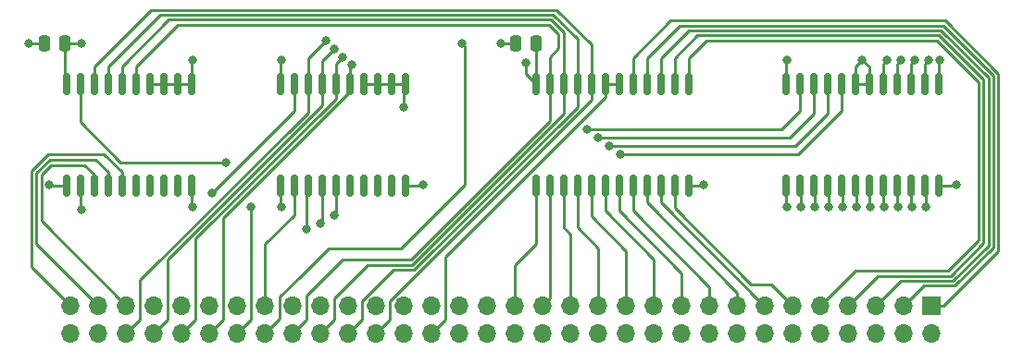
<source format=gbr>
%TF.GenerationSoftware,KiCad,Pcbnew,(6.0.0-0)*%
%TF.CreationDate,2022-10-19T21:39:44-04:00*%
%TF.ProjectId,CPU-Instruction-Decoder,4350552d-496e-4737-9472-756374696f6e,rev?*%
%TF.SameCoordinates,Original*%
%TF.FileFunction,Copper,L1,Top*%
%TF.FilePolarity,Positive*%
%FSLAX46Y46*%
G04 Gerber Fmt 4.6, Leading zero omitted, Abs format (unit mm)*
G04 Created by KiCad (PCBNEW (6.0.0-0)) date 2022-10-19 21:39:44*
%MOMM*%
%LPD*%
G01*
G04 APERTURE LIST*
G04 Aperture macros list*
%AMRoundRect*
0 Rectangle with rounded corners*
0 $1 Rounding radius*
0 $2 $3 $4 $5 $6 $7 $8 $9 X,Y pos of 4 corners*
0 Add a 4 corners polygon primitive as box body*
4,1,4,$2,$3,$4,$5,$6,$7,$8,$9,$2,$3,0*
0 Add four circle primitives for the rounded corners*
1,1,$1+$1,$2,$3*
1,1,$1+$1,$4,$5*
1,1,$1+$1,$6,$7*
1,1,$1+$1,$8,$9*
0 Add four rect primitives between the rounded corners*
20,1,$1+$1,$2,$3,$4,$5,0*
20,1,$1+$1,$4,$5,$6,$7,0*
20,1,$1+$1,$6,$7,$8,$9,0*
20,1,$1+$1,$8,$9,$2,$3,0*%
G04 Aperture macros list end*
%TA.AperFunction,SMDPad,CuDef*%
%ADD10RoundRect,0.150000X0.150000X-0.875000X0.150000X0.875000X-0.150000X0.875000X-0.150000X-0.875000X0*%
%TD*%
%TA.AperFunction,ComponentPad*%
%ADD11R,1.700000X1.700000*%
%TD*%
%TA.AperFunction,ComponentPad*%
%ADD12O,1.700000X1.700000*%
%TD*%
%TA.AperFunction,SMDPad,CuDef*%
%ADD13RoundRect,0.250000X0.250000X0.475000X-0.250000X0.475000X-0.250000X-0.475000X0.250000X-0.475000X0*%
%TD*%
%TA.AperFunction,ViaPad*%
%ADD14C,0.800000*%
%TD*%
%TA.AperFunction,Conductor*%
%ADD15C,0.250000*%
%TD*%
G04 APERTURE END LIST*
D10*
%TO.P,U2,24,VCC*%
%TO.N,VCC*%
X288417000Y-209472000D03*
%TO.P,U2,23,A0*%
%TO.N,\u03BCWR0*%
X289687000Y-209472000D03*
%TO.P,U2,22,A1*%
%TO.N,\u03BCWR1*%
X290957000Y-209472000D03*
%TO.P,U2,21,A2*%
%TO.N,\u03BCWR2*%
X292227000Y-209472000D03*
%TO.P,U2,20,A3*%
%TO.N,\u03BCWR3*%
X293497000Y-209472000D03*
%TO.P,U2,19,E1*%
%TO.N,~{WR5}*%
X294767000Y-209472000D03*
%TO.P,U2,18,E0*%
X296037000Y-209472000D03*
%TO.P,U2,17,S15*%
%TO.N,~{WR5_15}*%
X297307000Y-209472000D03*
%TO.P,U2,16,S14*%
%TO.N,~{WR5_14}*%
X298577000Y-209472000D03*
%TO.P,U2,15,S13*%
%TO.N,~{WR5_13}*%
X299847000Y-209472000D03*
%TO.P,U2,14,S12*%
%TO.N,~{WR5_12}*%
X301117000Y-209472000D03*
%TO.P,U2,13,S11*%
%TO.N,~{WR5_11}*%
X302387000Y-209472000D03*
%TO.P,U2,12,GND*%
%TO.N,GND*%
X302387000Y-218772000D03*
%TO.P,U2,11,S10*%
%TO.N,~{WR5_10}*%
X301117000Y-218772000D03*
%TO.P,U2,10,S9*%
%TO.N,~{WR5_09}*%
X299847000Y-218772000D03*
%TO.P,U2,9,S8*%
%TO.N,~{WR5_08}*%
X298577000Y-218772000D03*
%TO.P,U2,8,S7*%
%TO.N,~{WR5_07}*%
X297307000Y-218772000D03*
%TO.P,U2,7,S6*%
%TO.N,~{WR5_06}*%
X296037000Y-218772000D03*
%TO.P,U2,6,S5*%
%TO.N,~{WR5_05}*%
X294767000Y-218772000D03*
%TO.P,U2,5,S4*%
%TO.N,~{WR5_04}*%
X293497000Y-218772000D03*
%TO.P,U2,4,S3*%
%TO.N,~{WR5_03}*%
X292227000Y-218772000D03*
%TO.P,U2,3,S2*%
%TO.N,~{WR5_02}*%
X290957000Y-218772000D03*
%TO.P,U2,2,S1*%
%TO.N,~{WR5_01}*%
X289687000Y-218772000D03*
%TO.P,U2,1,S0*%
%TO.N,~{WR5_00}*%
X288417000Y-218772000D03*
%TD*%
%TO.P,U11,20,VCC*%
%TO.N,VCC*%
X265049000Y-209472000D03*
%TO.P,U11,19,CE*%
%TO.N,~{RD5}*%
X266319000Y-209472000D03*
%TO.P,U11,18,B0*%
%TO.N,\u03BCRD0*%
X267589000Y-209472000D03*
%TO.P,U11,17,B1*%
%TO.N,\u03BCRD1*%
X268859000Y-209472000D03*
%TO.P,U11,16,B2*%
%TO.N,\u03BCRD2*%
X270129000Y-209472000D03*
%TO.P,U11,15,B3*%
%TO.N,\u03BCRD3*%
X271399000Y-209472000D03*
%TO.P,U11,14,B4*%
%TO.N,GND*%
X272669000Y-209472000D03*
%TO.P,U11,13,B5*%
X273939000Y-209472000D03*
%TO.P,U11,12,B6*%
X275209000Y-209472000D03*
%TO.P,U11,11,B7*%
X276479000Y-209472000D03*
%TO.P,U11,10,GND*%
X276479000Y-218772000D03*
%TO.P,U11,9,A7*%
%TO.N,unconnected-(U11-Pad9)*%
X275209000Y-218772000D03*
%TO.P,U11,8,A6*%
%TO.N,unconnected-(U11-Pad8)*%
X273939000Y-218772000D03*
%TO.P,U11,7,A5*%
%TO.N,unconnected-(U11-Pad7)*%
X272669000Y-218772000D03*
%TO.P,U11,6,A4*%
%TO.N,unconnected-(U11-Pad6)*%
X271399000Y-218772000D03*
%TO.P,U11,5,A3*%
%TO.N,~{RD5_03}*%
X270129000Y-218772000D03*
%TO.P,U11,4,A2*%
%TO.N,~{RD5_02}*%
X268859000Y-218772000D03*
%TO.P,U11,3,A1*%
%TO.N,~{RD5_01}*%
X267589000Y-218772000D03*
%TO.P,U11,2,A0*%
%TO.N,~{RD5_00}*%
X266319000Y-218772000D03*
%TO.P,U11,1,A->B*%
%TO.N,GND*%
X265049000Y-218772000D03*
%TD*%
D11*
%TO.P,J1,1,Pin_1*%
%TO.N,~{WR5_15}*%
X324617000Y-229808000D03*
D12*
%TO.P,J1,2,Pin_2*%
%TO.N,~{RD6_15}*%
X324617000Y-232348000D03*
%TO.P,J1,3,Pin_3*%
%TO.N,~{WR5_14}*%
X322077000Y-229808000D03*
%TO.P,J1,4,Pin_4*%
%TO.N,~{RD6_14}*%
X322077000Y-232348000D03*
%TO.P,J1,5,Pin_5*%
%TO.N,~{WR5_13}*%
X319537000Y-229808000D03*
%TO.P,J1,6,Pin_6*%
%TO.N,~{RD6_13}*%
X319537000Y-232348000D03*
%TO.P,J1,7,Pin_7*%
%TO.N,~{WR5_12}*%
X316997000Y-229808000D03*
%TO.P,J1,8,Pin_8*%
%TO.N,~{RD6_12}*%
X316997000Y-232348000D03*
%TO.P,J1,9,Pin_9*%
%TO.N,~{WR5_11}*%
X314457000Y-229808000D03*
%TO.P,J1,10,Pin_10*%
%TO.N,~{RD6_11}*%
X314457000Y-232348000D03*
%TO.P,J1,11,Pin_11*%
%TO.N,~{WR5_10}*%
X311917000Y-229808000D03*
%TO.P,J1,12,Pin_12*%
%TO.N,~{RD6_10}*%
X311917000Y-232348000D03*
%TO.P,J1,13,Pin_13*%
%TO.N,~{WR5_09}*%
X309377000Y-229808000D03*
%TO.P,J1,14,Pin_14*%
%TO.N,~{RD6_09}*%
X309377000Y-232348000D03*
%TO.P,J1,15,Pin_15*%
%TO.N,~{WR5_08}*%
X306837000Y-229808000D03*
%TO.P,J1,16,Pin_16*%
%TO.N,~{RD6_08}*%
X306837000Y-232348000D03*
%TO.P,J1,17,Pin_17*%
%TO.N,~{WR5_07}*%
X304297000Y-229808000D03*
%TO.P,J1,18,Pin_18*%
%TO.N,~{RD6_07}*%
X304297000Y-232348000D03*
%TO.P,J1,19,Pin_19*%
%TO.N,~{WR5_06}*%
X301757000Y-229808000D03*
%TO.P,J1,20,Pin_20*%
%TO.N,~{RD6_06}*%
X301757000Y-232348000D03*
%TO.P,J1,21,Pin_21*%
%TO.N,~{WR5_05}*%
X299217000Y-229808000D03*
%TO.P,J1,22,Pin_22*%
%TO.N,~{RD6_05}*%
X299217000Y-232348000D03*
%TO.P,J1,23,Pin_23*%
%TO.N,~{WR5_04}*%
X296677000Y-229808000D03*
%TO.P,J1,24,Pin_24*%
%TO.N,~{RD6_04}*%
X296677000Y-232348000D03*
%TO.P,J1,25,Pin_25*%
%TO.N,~{WR5_03}*%
X294137000Y-229808000D03*
%TO.P,J1,26,Pin_26*%
%TO.N,~{RD6_03}*%
X294137000Y-232348000D03*
%TO.P,J1,27,Pin_27*%
%TO.N,~{WR5_02}*%
X291597000Y-229808000D03*
%TO.P,J1,28,Pin_28*%
%TO.N,~{RD6_02}*%
X291597000Y-232348000D03*
%TO.P,J1,29,Pin_29*%
%TO.N,~{WR5_01}*%
X289057000Y-229808000D03*
%TO.P,J1,30,Pin_30*%
%TO.N,~{RD6_01}*%
X289057000Y-232348000D03*
%TO.P,J1,31,Pin_31*%
%TO.N,~{WR5_00}*%
X286517000Y-229808000D03*
%TO.P,J1,32,Pin_32*%
%TO.N,~{RD6_00}*%
X286517000Y-232348000D03*
%TO.P,J1,33,Pin_33*%
%TO.N,unconnected-(J1-Pad33)*%
X283977000Y-229808000D03*
%TO.P,J1,34,Pin_34*%
%TO.N,unconnected-(J1-Pad34)*%
X283977000Y-232348000D03*
%TO.P,J1,35,Pin_35*%
%TO.N,unconnected-(J1-Pad35)*%
X281437000Y-229808000D03*
%TO.P,J1,36,Pin_36*%
%TO.N,unconnected-(J1-Pad36)*%
X281437000Y-232348000D03*
%TO.P,J1,37,Pin_37*%
%TO.N,unconnected-(J1-Pad37)*%
X278897000Y-229808000D03*
%TO.P,J1,38,Pin_38*%
%TO.N,~{WR5}*%
X278897000Y-232348000D03*
%TO.P,J1,39,Pin_39*%
%TO.N,GND*%
X276357000Y-229808000D03*
%TO.P,J1,40,Pin_40*%
%TO.N,~{WR4}*%
X276357000Y-232348000D03*
%TO.P,J1,41,Pin_41*%
%TO.N,VCC*%
X273817000Y-229808000D03*
%TO.P,J1,42,Pin_42*%
%TO.N,\u03BCWR3*%
X273817000Y-232348000D03*
%TO.P,J1,43,Pin_43*%
%TO.N,unconnected-(J1-Pad43)*%
X271277000Y-229808000D03*
%TO.P,J1,44,Pin_44*%
%TO.N,\u03BCWR2*%
X271277000Y-232348000D03*
%TO.P,J1,45,Pin_45*%
%TO.N,unconnected-(J1-Pad45)*%
X268737000Y-229808000D03*
%TO.P,J1,46,Pin_46*%
%TO.N,\u03BCWR1*%
X268737000Y-232348000D03*
%TO.P,J1,47,Pin_47*%
%TO.N,unconnected-(J1-Pad47)*%
X266197000Y-229808000D03*
%TO.P,J1,48,Pin_48*%
%TO.N,\u03BCWR0*%
X266197000Y-232348000D03*
%TO.P,J1,49,Pin_49*%
%TO.N,~{RD5_00}*%
X263657000Y-229808000D03*
%TO.P,J1,50,Pin_50*%
%TO.N,~{RD6}*%
X263657000Y-232348000D03*
%TO.P,J1,51,Pin_51*%
%TO.N,~{RD5_01}*%
X261117000Y-229808000D03*
%TO.P,J1,52,Pin_52*%
%TO.N,~{RD5}*%
X261117000Y-232348000D03*
%TO.P,J1,53,Pin_53*%
%TO.N,~{RD5_02}*%
X258577000Y-229808000D03*
%TO.P,J1,54,Pin_54*%
%TO.N,\u03BCRD3*%
X258577000Y-232348000D03*
%TO.P,J1,55,Pin_55*%
%TO.N,~{RD5_03}*%
X256037000Y-229808000D03*
%TO.P,J1,56,Pin_56*%
%TO.N,\u03BCRD2*%
X256037000Y-232348000D03*
%TO.P,J1,57,Pin_57*%
%TO.N,~{WR4_00}*%
X253497000Y-229808000D03*
%TO.P,J1,58,Pin_58*%
%TO.N,\u03BCRD1*%
X253497000Y-232348000D03*
%TO.P,J1,59,Pin_59*%
%TO.N,~{WR4_01}*%
X250957000Y-229808000D03*
%TO.P,J1,60,Pin_60*%
%TO.N,\u03BCRD0*%
X250957000Y-232348000D03*
%TO.P,J1,61,Pin_61*%
%TO.N,~{WR4_02}*%
X248417000Y-229808000D03*
%TO.P,J1,62,Pin_62*%
%TO.N,unconnected-(J1-Pad62)*%
X248417000Y-232348000D03*
%TO.P,J1,63,Pin_63*%
%TO.N,~{WR4_03}*%
X245877000Y-229808000D03*
%TO.P,J1,64,Pin_64*%
%TO.N,unconnected-(J1-Pad64)*%
X245877000Y-232348000D03*
%TD*%
D10*
%TO.P,U12,20,VCC*%
%TO.N,VCC*%
X245491000Y-209472000D03*
%TO.P,U12,19,CE*%
%TO.N,~{WR4}*%
X246761000Y-209472000D03*
%TO.P,U12,18,B0*%
%TO.N,\u03BCWR3*%
X248031000Y-209472000D03*
%TO.P,U12,17,B1*%
%TO.N,\u03BCWR2*%
X249301000Y-209472000D03*
%TO.P,U12,16,B2*%
%TO.N,\u03BCWR1*%
X250571000Y-209472000D03*
%TO.P,U12,15,B3*%
%TO.N,\u03BCWR0*%
X251841000Y-209472000D03*
%TO.P,U12,14,B4*%
%TO.N,GND*%
X253111000Y-209472000D03*
%TO.P,U12,13,B5*%
X254381000Y-209472000D03*
%TO.P,U12,12,B6*%
X255651000Y-209472000D03*
%TO.P,U12,11,B7*%
X256921000Y-209472000D03*
%TO.P,U12,10,GND*%
X256921000Y-218772000D03*
%TO.P,U12,9,A7*%
%TO.N,unconnected-(U12-Pad9)*%
X255651000Y-218772000D03*
%TO.P,U12,8,A6*%
%TO.N,unconnected-(U12-Pad8)*%
X254381000Y-218772000D03*
%TO.P,U12,7,A5*%
%TO.N,unconnected-(U12-Pad7)*%
X253111000Y-218772000D03*
%TO.P,U12,6,A4*%
%TO.N,unconnected-(U12-Pad6)*%
X251841000Y-218772000D03*
%TO.P,U12,5,A3*%
%TO.N,~{WR4_03}*%
X250571000Y-218772000D03*
%TO.P,U12,4,A2*%
%TO.N,~{WR4_02}*%
X249301000Y-218772000D03*
%TO.P,U12,3,A1*%
%TO.N,~{WR4_01}*%
X248031000Y-218772000D03*
%TO.P,U12,2,A0*%
%TO.N,~{WR4_00}*%
X246761000Y-218772000D03*
%TO.P,U12,1,A->B*%
%TO.N,GND*%
X245491000Y-218772000D03*
%TD*%
%TO.P,U7,24,VCC*%
%TO.N,VCC*%
X311277000Y-209472000D03*
%TO.P,U7,23,A0*%
%TO.N,\u03BCRD0*%
X312547000Y-209472000D03*
%TO.P,U7,22,A1*%
%TO.N,\u03BCRD1*%
X313817000Y-209472000D03*
%TO.P,U7,21,A2*%
%TO.N,\u03BCRD2*%
X315087000Y-209472000D03*
%TO.P,U7,20,A3*%
%TO.N,\u03BCRD3*%
X316357000Y-209472000D03*
%TO.P,U7,19,E1*%
%TO.N,~{RD6}*%
X317627000Y-209472000D03*
%TO.P,U7,18,E0*%
X318897000Y-209472000D03*
%TO.P,U7,17,S15*%
%TO.N,~{RD6_15}*%
X320167000Y-209472000D03*
%TO.P,U7,16,S14*%
%TO.N,~{RD6_14}*%
X321437000Y-209472000D03*
%TO.P,U7,15,S13*%
%TO.N,~{RD6_13}*%
X322707000Y-209472000D03*
%TO.P,U7,14,S12*%
%TO.N,~{RD6_12}*%
X323977000Y-209472000D03*
%TO.P,U7,13,S11*%
%TO.N,~{RD6_11}*%
X325247000Y-209472000D03*
%TO.P,U7,12,GND*%
%TO.N,GND*%
X325247000Y-218772000D03*
%TO.P,U7,11,S10*%
%TO.N,~{RD6_10}*%
X323977000Y-218772000D03*
%TO.P,U7,10,S9*%
%TO.N,~{RD6_09}*%
X322707000Y-218772000D03*
%TO.P,U7,9,S8*%
%TO.N,~{RD6_08}*%
X321437000Y-218772000D03*
%TO.P,U7,8,S7*%
%TO.N,~{RD6_07}*%
X320167000Y-218772000D03*
%TO.P,U7,7,S6*%
%TO.N,~{RD6_06}*%
X318897000Y-218772000D03*
%TO.P,U7,6,S5*%
%TO.N,~{RD6_05}*%
X317627000Y-218772000D03*
%TO.P,U7,5,S4*%
%TO.N,~{RD6_04}*%
X316357000Y-218772000D03*
%TO.P,U7,4,S3*%
%TO.N,~{RD6_03}*%
X315087000Y-218772000D03*
%TO.P,U7,3,S2*%
%TO.N,~{RD6_02}*%
X313817000Y-218772000D03*
%TO.P,U7,2,S1*%
%TO.N,~{RD6_01}*%
X312547000Y-218772000D03*
%TO.P,U7,1,S0*%
%TO.N,~{RD6_00}*%
X311277000Y-218772000D03*
%TD*%
D13*
%TO.P,C2,2*%
%TO.N,GND*%
X286578000Y-205740000D03*
%TO.P,C2,1*%
%TO.N,VCC*%
X288478000Y-205740000D03*
%TD*%
%TO.P,C1,2*%
%TO.N,GND*%
X243464000Y-205740000D03*
%TO.P,C1,1*%
%TO.N,VCC*%
X245364000Y-205740000D03*
%TD*%
D14*
%TO.N,\u03BCRD0*%
X293116000Y-213614000D03*
X269240000Y-205486000D03*
%TO.N,\u03BCRD1*%
X270002000Y-206248000D03*
X294132000Y-214376000D03*
%TO.N,\u03BCRD2*%
X295148000Y-215138000D03*
X270764000Y-207010000D03*
%TO.N,\u03BCRD3*%
X296164000Y-215900000D03*
X271595636Y-207734500D03*
%TO.N,GND*%
X265176000Y-220726000D03*
X303784000Y-218694000D03*
X257048000Y-207264000D03*
X242062000Y-205740000D03*
X257048000Y-220726000D03*
X243939522Y-218694000D03*
X276352000Y-211582000D03*
X278130000Y-218694000D03*
X326898000Y-218694000D03*
X285242000Y-205740000D03*
%TO.N,VCC*%
X246888000Y-205740000D03*
X311404000Y-207264000D03*
X287528000Y-207518000D03*
X265176000Y-207264000D03*
%TO.N,~{RD5}*%
X258826000Y-219456000D03*
X262382000Y-220726000D03*
%TO.N,~{RD6}*%
X318262000Y-207264000D03*
X281686000Y-205740000D03*
%TO.N,~{WR4}*%
X260096000Y-216662000D03*
%TO.N,~{RD6_00}*%
X311404000Y-220726000D03*
%TO.N,~{RD6_01}*%
X312674000Y-220726000D03*
%TO.N,~{RD6_02}*%
X313944000Y-220726000D03*
%TO.N,~{RD6_03}*%
X315214000Y-220726000D03*
%TO.N,~{RD6_04}*%
X316484000Y-220726000D03*
%TO.N,~{RD6_05}*%
X317754000Y-220726000D03*
%TO.N,~{RD6_06}*%
X319024000Y-220726000D03*
%TO.N,~{RD6_07}*%
X320294000Y-220726000D03*
%TO.N,~{RD6_08}*%
X321564000Y-220726000D03*
%TO.N,~{RD5_01}*%
X267462000Y-222758000D03*
%TO.N,~{RD6_09}*%
X322834000Y-220726000D03*
%TO.N,~{RD5_02}*%
X268732000Y-222250000D03*
%TO.N,~{RD6_10}*%
X324104000Y-220726000D03*
%TO.N,~{RD5_03}*%
X270002000Y-221488000D03*
%TO.N,~{RD6_11}*%
X325374000Y-207264000D03*
%TO.N,~{WR4_00}*%
X246888000Y-220980000D03*
%TO.N,~{RD6_12}*%
X324358000Y-207264000D03*
%TO.N,~{RD6_13}*%
X323088000Y-207264000D03*
%TO.N,~{RD6_14}*%
X321818000Y-207264000D03*
%TO.N,~{RD6_15}*%
X320548000Y-207264000D03*
%TD*%
D15*
%TO.N,~{RD5_01}*%
X267589000Y-218772000D02*
X267462000Y-218899000D01*
X267462000Y-218899000D02*
X267462000Y-222758000D01*
%TO.N,~{RD5_02}*%
X268859000Y-218772000D02*
X268859000Y-222123000D01*
X268859000Y-222123000D02*
X268732000Y-222250000D01*
%TO.N,\u03BCRD0*%
X293116000Y-213614000D02*
X310896000Y-213614000D01*
X267589000Y-209472000D02*
X267589000Y-207137000D01*
X310896000Y-213614000D02*
X312547000Y-211963000D01*
X252222000Y-231083000D02*
X250957000Y-232348000D01*
X312547000Y-211963000D02*
X312547000Y-209472000D01*
X267589000Y-212090704D02*
X252222000Y-227457704D01*
X267589000Y-207137000D02*
X269240000Y-205486000D01*
X252222000Y-227457704D02*
X252222000Y-231083000D01*
X267589000Y-209472000D02*
X267589000Y-212090704D01*
%TO.N,\u03BCRD1*%
X268859000Y-211456408D02*
X268859000Y-209472000D01*
X268859000Y-207391000D02*
X270002000Y-206248000D01*
X311658000Y-214376000D02*
X294132000Y-214376000D01*
X268859000Y-209472000D02*
X268859000Y-207391000D01*
X254762000Y-231083000D02*
X254762000Y-225553408D01*
X254762000Y-225553408D02*
X268859000Y-211456408D01*
X253497000Y-232348000D02*
X254762000Y-231083000D01*
X313817000Y-209472000D02*
X313817000Y-212217000D01*
X313817000Y-212217000D02*
X311658000Y-214376000D01*
%TO.N,\u03BCRD2*%
X312166000Y-215138000D02*
X295148000Y-215138000D01*
X315087000Y-212217000D02*
X312166000Y-215138000D01*
X257302000Y-223649112D02*
X257302000Y-231083000D01*
X257302000Y-231083000D02*
X256037000Y-232348000D01*
X315087000Y-209472000D02*
X315087000Y-212217000D01*
X270129000Y-209472000D02*
X270129000Y-210822112D01*
X270129000Y-210822112D02*
X257302000Y-223649112D01*
X270129000Y-209472000D02*
X270129000Y-207645000D01*
X270129000Y-207645000D02*
X270764000Y-207010000D01*
%TO.N,\u03BCRD3*%
X316357000Y-211963000D02*
X312420000Y-215900000D01*
X316357000Y-209472000D02*
X316357000Y-211963000D01*
X271399000Y-209472000D02*
X271399000Y-207931136D01*
X271399000Y-210187816D02*
X271399000Y-209472000D01*
X312420000Y-215900000D02*
X296164000Y-215900000D01*
X259842000Y-231083000D02*
X259842000Y-221744816D01*
X258577000Y-232348000D02*
X259842000Y-231083000D01*
X259842000Y-221744816D02*
X271399000Y-210187816D01*
X271399000Y-207931136D02*
X271595636Y-207734500D01*
%TO.N,\u03BCWR0*%
X270764000Y-225552000D02*
X267462000Y-228854000D01*
X276986296Y-225552000D02*
X270764000Y-225552000D01*
X251841000Y-207899000D02*
X255699467Y-204040533D01*
X289637125Y-204040533D02*
X290507489Y-204910897D01*
X289687000Y-212851296D02*
X276986296Y-225552000D01*
X290507489Y-206188807D02*
X289687000Y-207009296D01*
X267462000Y-231083000D02*
X266197000Y-232348000D01*
X267462000Y-228854000D02*
X267462000Y-231083000D01*
X289687000Y-207009296D02*
X289687000Y-209472000D01*
X290507489Y-204910897D02*
X290507489Y-206188807D01*
X255699467Y-204040533D02*
X289637125Y-204040533D01*
X251841000Y-209472000D02*
X251841000Y-207899000D01*
X289687000Y-209472000D02*
X289687000Y-212851296D01*
%TO.N,\u03BCWR1*%
X270002000Y-231083000D02*
X268737000Y-232348000D01*
X290957000Y-209472000D02*
X290957000Y-204724704D01*
X289823317Y-203591021D02*
X254878979Y-203591021D01*
X254878979Y-203591021D02*
X250571000Y-207899000D01*
X290957000Y-204724704D02*
X289823317Y-203591021D01*
X277114000Y-226060000D02*
X273050000Y-226060000D01*
X273050000Y-226060000D02*
X270002000Y-229108000D01*
X250571000Y-207899000D02*
X250571000Y-209472000D01*
X290957000Y-209472000D02*
X290957000Y-212217000D01*
X290957000Y-212217000D02*
X277114000Y-226060000D01*
X270002000Y-229108000D02*
X270002000Y-231083000D01*
%TO.N,\u03BCWR2*%
X290009511Y-203141511D02*
X292227000Y-205359000D01*
X272542000Y-229371318D02*
X275403807Y-226509511D01*
X271277000Y-232348000D02*
X272542000Y-231083000D01*
X249301000Y-207899000D02*
X254058489Y-203141511D01*
X254058489Y-203141511D02*
X290009511Y-203141511D01*
X292227000Y-205359000D02*
X292227000Y-209472000D01*
X292227000Y-211582704D02*
X292227000Y-209472000D01*
X275403807Y-226509511D02*
X277300194Y-226509510D01*
X277300194Y-226509510D02*
X292227000Y-211582704D01*
X272542000Y-231083000D02*
X272542000Y-229371318D01*
X249301000Y-209472000D02*
X249301000Y-207899000D01*
%TO.N,\u03BCWR3*%
X248031000Y-207899000D02*
X248031000Y-209472000D01*
X293497000Y-209472000D02*
X293497000Y-205867000D01*
X253238000Y-202692000D02*
X248031000Y-207899000D01*
X293497000Y-205867000D02*
X290322000Y-202692000D01*
X275082000Y-231083000D02*
X273817000Y-232348000D01*
X275082000Y-229363408D02*
X275082000Y-231083000D01*
X293497000Y-209472000D02*
X293497000Y-210948408D01*
X293497000Y-210948408D02*
X275082000Y-229363408D01*
X290322000Y-202692000D02*
X253238000Y-202692000D01*
%TO.N,GND*%
X256921000Y-207391000D02*
X257048000Y-207264000D01*
X286578000Y-205740000D02*
X285242000Y-205740000D01*
X265049000Y-218772000D02*
X265049000Y-220599000D01*
X256921000Y-209472000D02*
X253111000Y-209472000D01*
X278052000Y-218772000D02*
X278130000Y-218694000D01*
X303706000Y-218772000D02*
X303784000Y-218694000D01*
X276479000Y-218772000D02*
X278052000Y-218772000D01*
X276479000Y-209472000D02*
X272669000Y-209472000D01*
X302387000Y-218772000D02*
X303706000Y-218772000D01*
X256921000Y-209472000D02*
X256921000Y-207391000D01*
X245491000Y-218772000D02*
X244017522Y-218772000D01*
X256921000Y-220599000D02*
X257048000Y-220726000D01*
X256921000Y-218772000D02*
X256921000Y-220599000D01*
X326820000Y-218772000D02*
X326898000Y-218694000D01*
X243464000Y-205740000D02*
X242062000Y-205740000D01*
X265049000Y-220599000D02*
X265176000Y-220726000D01*
X276352000Y-209599000D02*
X276352000Y-211582000D01*
X325247000Y-218772000D02*
X326820000Y-218772000D01*
X244017522Y-218772000D02*
X243939522Y-218694000D01*
X276479000Y-209472000D02*
X276352000Y-209599000D01*
%TO.N,VCC*%
X265049000Y-207391000D02*
X265176000Y-207264000D01*
X287528000Y-208583000D02*
X288417000Y-209472000D01*
X311277000Y-207391000D02*
X311404000Y-207264000D01*
X245364000Y-209345000D02*
X245491000Y-209472000D01*
X288417000Y-209472000D02*
X288417000Y-205801000D01*
X265049000Y-209472000D02*
X265049000Y-207391000D01*
X245364000Y-205740000D02*
X245364000Y-209345000D01*
X287528000Y-207518000D02*
X287528000Y-208583000D01*
X311277000Y-209472000D02*
X311277000Y-207391000D01*
X245364000Y-205740000D02*
X246888000Y-205740000D01*
%TO.N,~{WR5_00}*%
X288417000Y-224155000D02*
X286517000Y-226055000D01*
X286517000Y-226055000D02*
X286517000Y-229808000D01*
X288417000Y-218772000D02*
X288417000Y-224155000D01*
%TO.N,~{WR5_01}*%
X289687000Y-218772000D02*
X289687000Y-229178000D01*
X289687000Y-229178000D02*
X289057000Y-229808000D01*
%TO.N,~{WR5_02}*%
X290957000Y-222631000D02*
X291597000Y-223271000D01*
X290957000Y-218772000D02*
X290957000Y-222631000D01*
X291597000Y-223271000D02*
X291597000Y-229808000D01*
%TO.N,~{WR5_03}*%
X294137000Y-224541000D02*
X294137000Y-229808000D01*
X292227000Y-222631000D02*
X294137000Y-224541000D01*
X292227000Y-218772000D02*
X292227000Y-222631000D01*
%TO.N,~{WR5_04}*%
X293497000Y-218772000D02*
X293497000Y-221615000D01*
X296677000Y-224795000D02*
X296677000Y-229808000D01*
X293497000Y-221615000D02*
X296677000Y-224795000D01*
%TO.N,~{WR5_05}*%
X299217000Y-225557000D02*
X299217000Y-229808000D01*
X294767000Y-221107000D02*
X299217000Y-225557000D01*
X294767000Y-218772000D02*
X294767000Y-221107000D01*
%TO.N,~{RD5}*%
X262382000Y-231083000D02*
X262382000Y-220726000D01*
X266319000Y-211963000D02*
X258826000Y-219456000D01*
X266319000Y-209472000D02*
X266319000Y-211963000D01*
X261117000Y-232348000D02*
X262382000Y-231083000D01*
%TO.N,~{WR5_06}*%
X296037000Y-218772000D02*
X296037000Y-221107000D01*
X296037000Y-221107000D02*
X301757000Y-226827000D01*
X301757000Y-226827000D02*
X301757000Y-229808000D01*
%TO.N,~{RD6}*%
X266954000Y-227076000D02*
X269494000Y-224536000D01*
X317627000Y-207899000D02*
X317627000Y-209472000D01*
X265022489Y-230982511D02*
X265022489Y-229007511D01*
X269494000Y-224536000D02*
X274828000Y-224536000D01*
X318897000Y-207899000D02*
X318262000Y-207264000D01*
X281940000Y-205994000D02*
X281686000Y-205740000D01*
X274828000Y-224536000D02*
X276098000Y-224536000D01*
X281940000Y-218694000D02*
X281940000Y-205994000D01*
X263657000Y-232348000D02*
X265022489Y-230982511D01*
X318897000Y-209472000D02*
X318897000Y-207899000D01*
X276098000Y-224536000D02*
X281940000Y-218694000D01*
X265022489Y-229007511D02*
X266954000Y-227076000D01*
X318262000Y-207264000D02*
X317627000Y-207899000D01*
X318897000Y-209472000D02*
X317627000Y-209472000D01*
%TO.N,~{WR5_07}*%
X297307000Y-221107000D02*
X304297000Y-228097000D01*
X304297000Y-228097000D02*
X304297000Y-229808000D01*
X297307000Y-218772000D02*
X297307000Y-221107000D01*
%TO.N,~{WR5_08}*%
X306837000Y-228605000D02*
X306837000Y-229808000D01*
X298577000Y-220345000D02*
X306837000Y-228605000D01*
X298577000Y-218772000D02*
X298577000Y-220345000D01*
%TO.N,~{WR5_09}*%
X299847000Y-220345000D02*
X309310000Y-229808000D01*
X309310000Y-229808000D02*
X309377000Y-229808000D01*
X299847000Y-218772000D02*
X299847000Y-220345000D01*
%TO.N,~{WR5_10}*%
X309947000Y-227838000D02*
X311917000Y-229808000D01*
X308102000Y-227838000D02*
X309947000Y-227838000D01*
X301117000Y-218772000D02*
X301117000Y-220853000D01*
X301117000Y-220853000D02*
X308102000Y-227838000D01*
%TO.N,~{WR5_11}*%
X317697000Y-226568000D02*
X326136000Y-226568000D01*
X325120000Y-205486000D02*
X304038000Y-205486000D01*
X328930000Y-209296000D02*
X325120000Y-205486000D01*
X314457000Y-229808000D02*
X317697000Y-226568000D01*
X304038000Y-205486000D02*
X302387000Y-207137000D01*
X326136000Y-226568000D02*
X328930000Y-223774000D01*
X302387000Y-207137000D02*
X302387000Y-209472000D01*
X328930000Y-223774000D02*
X328930000Y-209296000D01*
%TO.N,~{WR4}*%
X246761000Y-209472000D02*
X246761000Y-212979000D01*
X250444000Y-216662000D02*
X260096000Y-216662000D01*
X246761000Y-212979000D02*
X250444000Y-216662000D01*
%TO.N,~{WR5_12}*%
X301117000Y-207137000D02*
X303217510Y-205036490D01*
X319729000Y-227076000D02*
X316997000Y-229808000D01*
X326390000Y-227076000D02*
X319729000Y-227076000D01*
X303217510Y-205036490D02*
X325306194Y-205036490D01*
X301117000Y-209472000D02*
X301117000Y-207137000D01*
X325306194Y-205036490D02*
X329379510Y-209109806D01*
X329379510Y-209109806D02*
X329379510Y-224086490D01*
X329379510Y-224086490D02*
X326390000Y-227076000D01*
%TO.N,~{WR5_13}*%
X326576194Y-227525510D02*
X329829023Y-224272681D01*
X329829023Y-224272681D02*
X329829023Y-208923617D01*
X329829023Y-208923617D02*
X325492387Y-204586979D01*
X299847000Y-207137000D02*
X299847000Y-209472000D01*
X325492387Y-204586979D02*
X302397021Y-204586979D01*
X302397021Y-204586979D02*
X299847000Y-207137000D01*
X321819490Y-227525510D02*
X326576194Y-227525510D01*
X319537000Y-229808000D02*
X321819490Y-227525510D01*
%TO.N,~{WR5_14}*%
X330278533Y-224458875D02*
X326762387Y-227975021D01*
X298577000Y-209472000D02*
X298577000Y-207137000D01*
X325678581Y-204137469D02*
X330278534Y-208737424D01*
X301576531Y-204137469D02*
X325678581Y-204137469D01*
X326762387Y-227975021D02*
X323909978Y-227975022D01*
X323909978Y-227975022D02*
X322077000Y-229808000D01*
X298577000Y-207137000D02*
X301576531Y-204137469D01*
X330278534Y-208737424D02*
X330278533Y-224458875D01*
%TO.N,~{WR5_15}*%
X325717000Y-229808000D02*
X330728044Y-224796956D01*
X300756042Y-203687958D02*
X297307000Y-207137000D01*
X325864774Y-203687958D02*
X300756042Y-203687958D01*
X330728044Y-224796956D02*
X330728044Y-208551230D01*
X297307000Y-207137000D02*
X297307000Y-209472000D01*
X324617000Y-229808000D02*
X325717000Y-229808000D01*
X330728044Y-208551230D02*
X325864774Y-203687958D01*
%TO.N,~{RD6_00}*%
X311277000Y-218772000D02*
X311277000Y-220599000D01*
X311277000Y-220599000D02*
X311404000Y-220726000D01*
%TO.N,~{RD6_01}*%
X312674000Y-218899000D02*
X312674000Y-220726000D01*
X312547000Y-218772000D02*
X312674000Y-218899000D01*
%TO.N,~{RD6_02}*%
X313944000Y-218899000D02*
X313944000Y-220726000D01*
X313817000Y-218772000D02*
X313944000Y-218899000D01*
%TO.N,~{RD6_03}*%
X315087000Y-218772000D02*
X315214000Y-218899000D01*
X315214000Y-218899000D02*
X315214000Y-220726000D01*
%TO.N,~{RD6_04}*%
X316357000Y-218772000D02*
X316484000Y-218899000D01*
X316484000Y-218899000D02*
X316484000Y-220726000D01*
%TO.N,~{RD6_05}*%
X317754000Y-218899000D02*
X317754000Y-220726000D01*
X317627000Y-218772000D02*
X317754000Y-218899000D01*
%TO.N,~{RD6_06}*%
X318897000Y-218772000D02*
X318897000Y-220599000D01*
X318897000Y-220599000D02*
X319024000Y-220726000D01*
%TO.N,~{RD6_07}*%
X320167000Y-220599000D02*
X320294000Y-220726000D01*
X320167000Y-218772000D02*
X320167000Y-220599000D01*
%TO.N,~{RD5_00}*%
X263657000Y-224140696D02*
X263657000Y-229808000D01*
X266319000Y-221478696D02*
X263657000Y-224140696D01*
X266319000Y-218772000D02*
X266319000Y-221478696D01*
%TO.N,~{RD6_08}*%
X321437000Y-218772000D02*
X321437000Y-220599000D01*
X321437000Y-220599000D02*
X321564000Y-220726000D01*
%TO.N,~{RD6_09}*%
X322707000Y-220599000D02*
X322834000Y-220726000D01*
X322707000Y-218772000D02*
X322707000Y-220599000D01*
%TO.N,~{RD6_10}*%
X324104000Y-218899000D02*
X324104000Y-220726000D01*
X323977000Y-218772000D02*
X324104000Y-218899000D01*
%TO.N,~{RD5_03}*%
X270129000Y-221361000D02*
X270002000Y-221488000D01*
X270129000Y-218772000D02*
X270129000Y-221361000D01*
%TO.N,~{RD6_11}*%
X325374000Y-207264000D02*
X325247000Y-207391000D01*
X325247000Y-207391000D02*
X325247000Y-209472000D01*
%TO.N,~{WR4_00}*%
X246761000Y-220853000D02*
X246888000Y-220980000D01*
X246761000Y-218772000D02*
X246761000Y-220853000D01*
%TO.N,~{RD6_12}*%
X323977000Y-207645000D02*
X324358000Y-207264000D01*
X323977000Y-209472000D02*
X323977000Y-207645000D01*
%TO.N,~{WR4_01}*%
X243215022Y-217796386D02*
X243215022Y-222066022D01*
X247142000Y-216916000D02*
X244095408Y-216916000D01*
X248031000Y-218772000D02*
X248031000Y-217805000D01*
X243215022Y-222066022D02*
X250957000Y-229808000D01*
X244095408Y-216916000D02*
X243215022Y-217796386D01*
X248031000Y-217805000D02*
X247142000Y-216916000D01*
%TO.N,~{RD6_13}*%
X323088000Y-207264000D02*
X322707000Y-207645000D01*
X322707000Y-207645000D02*
X322707000Y-209472000D01*
%TO.N,~{WR4_02}*%
X249301000Y-218772000D02*
X249301000Y-217551000D01*
X242765511Y-217610193D02*
X242765511Y-224156511D01*
X248158000Y-216408000D02*
X243967704Y-216408000D01*
X243967704Y-216408000D02*
X242765511Y-217610193D01*
X249301000Y-217551000D02*
X248158000Y-216408000D01*
X242765511Y-224156511D02*
X248417000Y-229808000D01*
%TO.N,~{RD6_14}*%
X321437000Y-207645000D02*
X321818000Y-207264000D01*
X321437000Y-209472000D02*
X321437000Y-207645000D01*
%TO.N,~{WR4_03}*%
X248920000Y-215900000D02*
X243840000Y-215900000D01*
X250571000Y-217551000D02*
X248920000Y-215900000D01*
X242316000Y-217424000D02*
X242316000Y-226247000D01*
X243840000Y-215900000D02*
X242316000Y-217424000D01*
X242316000Y-226247000D02*
X245877000Y-229808000D01*
X250571000Y-218772000D02*
X250571000Y-217551000D01*
%TO.N,~{RD6_15}*%
X320167000Y-207645000D02*
X320548000Y-207264000D01*
X320167000Y-209472000D02*
X320167000Y-207645000D01*
%TO.N,~{WR5}*%
X280162000Y-225298000D02*
X280162000Y-231083000D01*
X294767000Y-209472000D02*
X294767000Y-210693000D01*
X280162000Y-231083000D02*
X278897000Y-232348000D01*
X294767000Y-209472000D02*
X296037000Y-209472000D01*
X294767000Y-210693000D02*
X280162000Y-225298000D01*
%TD*%
M02*

</source>
